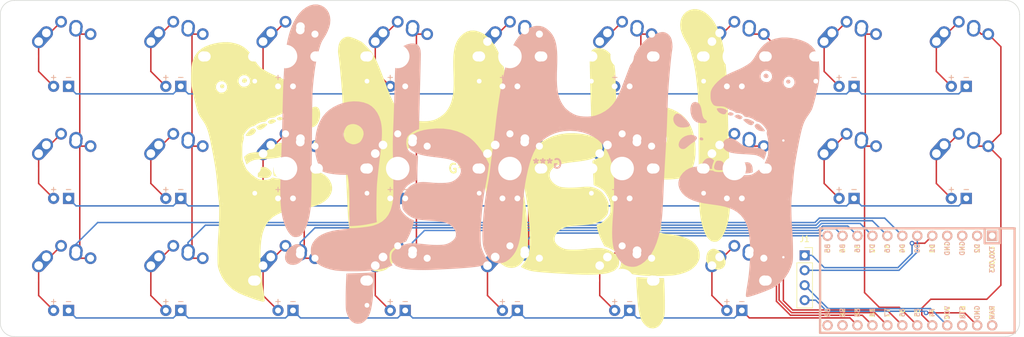
<source format=kicad_pcb>
(kicad_pcb (version 20221231) (generator pcbnew)
  (layers (0 "F.Cu" signal) (31 "B.Cu" signal) (34 "B.Paste" user) (35 "F.Paste" user) (36 "B.SilkS" user "B.Silkscreen") (37 "F.SilkS" user "F.Silkscreen") (38 "B.Mask" user) (39 "F.Mask" user) (44 "Edge.Cuts" user))
  (net 0 "")
  (net 1 "Net-(SW1-Pad1)")
  (net 2 "col0")
  (net 3 "Net-(SW2-Pad1)")
  (net 4 "Net-(SW3-Pad1)")
  (net 5 "Net-(SW4-Pad1)")
  (net 6 "col1")
  (net 7 "Net-(SW5-Pad1)")
  (net 8 "Net-(SW6-Pad1)")
  (net 9 "Net-(SW7-Pad1)")
  (net 10 "col2")
  (net 11 "Net-(SW8-Pad1)")
  (net 12 "Net-(SW9-Pad1)")
  (net 13 "Net-(SW10-Pad1)")
  (net 14 "col3")
  (net 15 "Net-(SW11-Pad1)")
  (net 16 "Net-(SW12-Pad1)")
  (net 17 "Net-(SW13-Pad1)")
  (net 18 "col4")
  (net 19 "Net-(SW14-Pad1)")
  (net 20 "Net-(SW15-Pad1)")
  (net 21 "Net-(SW16-Pad1)")
  (net 22 "col5")
  (net 23 "Net-(SW17-Pad1)")
  (net 24 "Net-(SW18-Pad1)")
  (net 25 "Net-(SW19-Pad1)")
  (net 26 "col6")
  (net 27 "Net-(SW20-Pad1)")
  (net 28 "Net-(SW21-Pad1)")
  (net 29 "Net-(SW22-Pad1)")
  (net 30 "col7")
  (net 31 "Net-(SW23-Pad1)")
  (net 32 "Net-(SW25-Pad1)")
  (net 33 "col8")
  (net 34 "Net-(SW26-Pad1)")
  (net 38 "SDA")
  (net 39 "SCL")
  (net 42 "row2")
  (net 43 "row1")
  (net 44 "row0")
  (net 48 "+5V")
  (net 49 "GND")
  (footprint "Keebio:MX-Alps-Choc-1U" (layer "F.Cu") (at 193.675 41.275)
    (fp_text reference "SW25")
    (fp_text value "MX")
  )
  (footprint "Connector_PinSocket_2.54mm:PinSocket_1x04_P2.54mm_Vertical" (layer "F.Cu") (at 167.50625 75.08875)
    (fp_text reference "J1")
    (fp_text value "OLED")
  )
  (footprint "Keebio:MX-Alps-Choc-1U" (layer "F.Cu") (at 136.525 41.275)
    (fp_text reference "SW16")
    (fp_text value "MX")
  )
  (footprint "Keebio:MX-Alps-Choc-1U" (layer "F.Cu") (at 117.475 79.375)
    (fp_text reference "SW15")
    (fp_text value "MX")
  )
  (footprint "Keebio:MX-Alps-Choc-1U" (layer "F.Cu") (at 60.325 60.325)
    (fp_text reference "SW5")
    (fp_text value "MX")
  )
  (footprint "Keebio:MX-Alps-Choc-1U" (layer "F.Cu") (at 117.475 41.275)
    (fp_text reference "SW13")
    (fp_text value "MX")
  )
  (footprint "Keebio:MX-Alps-Choc-1U" (layer "F.Cu") (at 98.425 41.275)
    (fp_text reference "SW10")
    (fp_text value "MX")
  )
  (footprint "Keebio:MX-Alps-Choc-1U" (layer "F.Cu") (at 60.325 41.275)
    (fp_text reference "SW4")
    (fp_text value "MX")
  )
  (footprint "LOGO" (layer "F.Cu") (at 109.5375 60.325)
    (fp_text reference "G***")
    (fp_text value "LOGO" hide)
  )
  (footprint "Keebio:MX-Alps-Choc-1U" (layer "F.Cu") (at 136.525 60.325)
    (fp_text reference "SW17")
    (fp_text value "MX")
  )
  (footprint "Keebio:MX-Alps-Choc-1U" (layer "F.Cu") (at 79.375 60.325)
    (fp_text reference "SW8")
    (fp_text value "MX")
  )
  (footprint "Keebio:MX-Alps-Choc-1U" (layer "F.Cu") (at 79.375 41.275)
    (fp_text reference "SW7")
    (fp_text value "MX")
  )
  (footprint "Keebio:MX-Alps-Choc-1U" (layer "F.Cu") (at 155.575 41.275)
    (fp_text reference "SW19")
    (fp_text value "MX")
  )
  (footprint "Keebio:ArduinoProMicro" (layer "F.Cu") (at 185.36325 79.375 180)
    (fp_text reference "U1" hide)
    (fp_text value "ProMicro" hide)
  )
  (footprint "Keebio:MX-Alps-Choc-1U" (layer "F.Cu") (at 155.575 60.325)
    (fp_text reference "SW20")
    (fp_text value "MX")
  )
  (footprint "Keebio:MX-Alps-Choc-1U" (layer "F.Cu") (at 98.425 60.325)
    (fp_text reference "SW11")
    (fp_text value "MX")
  )
  (footprint "Keebio:MX-Alps-Choc-1U" (layer "F.Cu") (at 193.675 60.325)
    (fp_text reference "SW26")
    (fp_text value "MX")
  )
  (footprint "Keebio:MX-Alps-Choc-1U" (layer "F.Cu") (at 155.575 79.375)
    (fp_text reference "SW21")
    (fp_text value "MX")
  )
  (footprint "Keebio:MX-Alps-Choc-1U" (layer "F.Cu") (at 117.475 60.325)
    (fp_text reference "SW14")
    (fp_text value "MX")
  )
  (footprint "Keebio:MX-Alps-Choc-1U" (layer "F.Cu") (at 98.425 79.375)
    (fp_text reference "SW12")
    (fp_text value "MX")
  )
  (footprint "Keebio:MX-Alps-Choc-1U" (layer "F.Cu") (at 136.525 79.375)
    (fp_text reference "SW18")
    (fp_text value "MX")
  )
  (footprint "Keebio:MX-Alps-Choc-1U" (layer "F.Cu") (at 174.625 41.275)
    (fp_text reference "SW22")
    (fp_text value "MX")
  )
  (footprint "Keebio:MX-Alps-Choc-1U" (layer "F.Cu") (at 79.375 79.375)
    (fp_text reference "SW9")
    (fp_text value "MX")
  )
  (footprint "Keebio:MX-Alps-Choc-1U" (layer "F.Cu") (at 41.275 41.275)
    (fp_text reference "SW1")
    (fp_text value "MX")
  )
  (footprint "Keebio:MX-Alps-Choc-1U" (layer "F.Cu") (at 41.275 60.325)
    (fp_text reference "SW2")
    (fp_text value "MX")
  )
  (footprint "Keebio:MX-Alps-Choc-1U" (layer "F.Cu") (at 41.275 79.375)
    (fp_text reference "SW3")
    (fp_text value "MX")
  )
  (footprint "Keebio:MX-Alps-Choc-1U" (layer "F.Cu") (at 174.625 60.325)
    (fp_text reference "SW23")
    (fp_text value "MX")
  )
  (footprint "Keebio:MX-Alps-Choc-1U" (layer "F.Cu") (at 60.325 79.375)
    (fp_text reference "SW6")
    (fp_text value "MX")
  )
  (footprint "LOGO" (layer "B.Cu") (at 123.825 59.53125 180)
    (fp_text reference "G***")
    (fp_text value "LOGO" hide)
  )
  (gr_arc (start 203.99375 86.51875) (mid 203.296298 88.202548) (end 201.6125 88.9) (stroke (width 0.1)) (layer "Edge.Cuts"))
  (gr_arc (start 33.3375 88.9) (mid 31.653702 88.202548) (end 30.95625 86.51875) (stroke (width 0.1)) (layer "Edge.Cuts"))
  (gr_line (start 201.6125 31.75) (end 33.3375 31.75) (stroke (width 0.1)) (layer "Edge.Cuts"))
  (gr_line (start 33.3375 88.9) (end 201.6125 88.9) (stroke (width 0.1)) (layer "Edge.Cuts"))
  (gr_line (start 203.99375 86.51875) (end 203.99375 34.13125) (stroke (width 0.1)) (layer "Edge.Cuts"))
  (gr_arc (start 201.6125 31.75) (mid 203.296298 32.447452) (end 203.99375 34.13125) (stroke (width 0.1)) (layer "Edge.Cuts"))
  (gr_line (start 30.95625 34.13125) (end 30.95625 86.51875) (stroke (width 0.1)) (layer "Edge.Cuts"))
  (gr_arc (start 30.95625 34.13125) (mid 31.653702 32.447452) (end 33.3375 31.75) (stroke (width 0.1)) (layer "Edge.Cuts"))
  (segment (start 37.465 38.735) (end 37.465 43.815) (width 0.25) (layer "F.Cu") (net 1))
  (segment (start 41.275 35.375) (end 37.915 38.735) (width 0.25) (layer "F.Cu") (net 1))
  (segment (start 37.915 38.735) (end 37.465 38.735) (width 0.25) (layer "F.Cu") (net 1))
  (segment (start 37.465 43.815) (end 40.005 46.355) (width 0.25) (layer "F.Cu") (net 1))
  (segment (start 43.775 55.825) (end 44.475 56.525) (width 0.25) (layer "F.Cu") (net 2))
  (segment (start 43.775 36.775) (end 44.45 37.45) (width 0.25) (layer "F.Cu") (net 2))
  (segment (start 43.775 74.875) (end 44.475 75.575) (width 0.25) (layer "F.Cu") (net 2))
  (segment (start 44.475 37.475) (end 46.275 37.475) (width 0.25) (layer "F.Cu") (net 2))
  (segment (start 44.475 75.575) (end 46.275 75.575) (width 0.25) (layer "F.Cu") (net 2))
  (segment (start 44.45 56.5) (end 44.45 73.66) (width 0.25) (layer "F.Cu") (net 2))
  (segment (start 44.475 56.525) (end 46.275 56.525) (width 0.25) (layer "F.Cu") (net 2))
  (segment (start 43.775 55.825) (end 44.45 56.5) (width 0.25) (layer "F.Cu") (net 2))
  (segment (start 44.45 73.66) (end 43.815 74.295) (width 0.25) (layer "F.Cu") (net 2))
  (segment (start 43.775 36.775) (end 44.475 37.475) (width 0.25) (layer "F.Cu") (net 2))
  (segment (start 44.45 37.45) (end 44.45 54.61) (width 0.25) (layer "F.Cu") (net 2))
  (segment (start 44.45 54.61) (end 43.815 55.245) (width 0.25) (layer "F.Cu") (net 2))
  (segment (start 43.815 73.18375) (end 47.49135 69.5074) (width 0.25) (layer "B.Cu") (net 2))
  (segment (start 47.49135 69.5074) (end 169.249729 69.5074) (width 0.25) (layer "B.Cu") (net 2))
  (segment (start 181.094359 68.756109) (end 184.09325 71.755) (width 0.25) (layer "B.Cu") (net 2))
  (segment (start 43.815 74.295) (end 43.815 73.18375) (width 0.25) (layer "B.Cu") (net 2))
  (segment (start 170.00102 68.756109) (end 181.094359 68.756109) (width 0.25) (layer "B.Cu") (net 2))
  (segment (start 169.249729 69.5074) (end 170.00102 68.756109) (width 0.25) (layer "B.Cu") (net 2))
  (segment (start 41.275 54.425) (end 37.915 57.785) (width 0.25) (layer "F.Cu") (net 3))
  (segment (start 37.465 57.785) (end 37.465 62.865) (width 0.25) (layer "F.Cu") (net 3))
  (segment (start 37.915 57.785) (end 37.465 57.785) (width 0.25) (layer "F.Cu") (net 3))
  (segment (start 37.465 62.865) (end 40.005 65.405) (width 0.25) (layer "F.Cu") (net 3))
  (segment (start 37.915 76.835) (end 37.465 76.835) (width 0.25) (layer "F.Cu") (net 4))
  (segment (start 37.465 76.835) (end 37.465 81.915) (width 0.25) (layer "F.Cu") (net 4))
  (segment (start 37.465 81.915) (end 40.005 84.455) (width 0.25) (layer "F.Cu") (net 4))
  (segment (start 41.275 73.475) (end 37.915 76.835) (width 0.25) (layer "F.Cu") (net 4))
  (segment (start 56.515 43.815) (end 59.055 46.355) (width 0.25) (layer "F.Cu") (net 5))
  (segment (start 56.965 38.735) (end 56.515 38.735) (width 0.25) (layer "F.Cu") (net 5))
  (segment (start 60.325 35.375) (end 56.965 38.735) (width 0.25) (layer "F.Cu") (net 5))
  (segment (start 56.515 38.735) (end 56.515 43.815) (width 0.25) (layer "F.Cu") (net 5))
  (segment (start 63.5 56.5) (end 63.5 73.66) (width 0.25) (layer "F.Cu") (net 6))
  (segment (start 62.825 36.775) (end 63.525 37.475) (width 0.25) (layer "F.Cu") (net 6))
  (segment (start 62.825 74.875) (end 63.525 75.575) (width 0.25) (layer "F.Cu") (net 6))
  (segment (start 63.525 56.525) (end 65.325 56.525) (width 0.25) (layer "F.Cu") (net 6))
  (segment (start 62.825 55.825) (end 62.825 56.475) (width 0.25) (layer "F.Cu") (net 6))
  (segment (start 63.5 55.15) (end 62.825 55.825) (width 0.25) (layer "F.Cu") (net 6))
  (segment (start 62.825 55.825) (end 63.5 56.5) (width 0.25) (layer "F.Cu") (net 6))
  (segment (start 62.825 36.775) (end 63.5 37.45) (width 0.25) (layer "F.Cu") (net 6))
  (segment (start 63.525 75.575) (end 65.325 75.575) (width 0.25) (layer "F.Cu") (net 6))
  (segment (start 63.525 37.475) (end 65.325 37.475) (width 0.25) (layer "F.Cu") (net 6))
  (segment (start 63.5 37.45) (end 63.5 55.15) (width 0.25) (layer "F.Cu") (net 6))
  (segment (start 62.825 55.825) (end 63.525 56.525) (width 0.25) (layer "F.Cu") (net 6))
  (segment (start 63.5 73.66) (end 62.865 74.295) (width 0.25) (layer "F.Cu") (net 6))
  (segment (start 65.77433 69.95692) (end 62.825 72.90625) (width 0.25) (layer "B.Cu") (net 6))
  (segment (start 181.55325 71.755) (end 179.003879 69.205629) (width 0.25) (layer "B.Cu") (net 6))
  (segment (start 179.003879 69.205629) (end 170.187218 69.205629) (width 0.25) (layer "B.Cu") (net 6))
  (segment (start 169.435927 69.95692) (end 65.77433 69.95692) (width 0.25) (layer "B.Cu") (net 6))
  (segment (start 62.825 72.90625) (end 62.825 74.875) (width 0.25) (layer "B.Cu") (net 6))
  (segment (start 170.187218 69.205629) (end 169.435927 69.95692) (width 0.25) (layer "B.Cu") (net 6))
  (segment (start 56.965 57.785) (end 56.515 57.785) (width 0.25) (layer "F.Cu") (net 7))
  (segment (start 56.515 57.785) (end 56.515 62.865) (width 0.25) (layer "F.Cu") (net 7))
  (segment (start 56.515 62.865) (end 59.055 65.405) (width 0.25) (layer "F.Cu") (net 7))
  (segment (start 60.325 54.425) (end 56.965 57.785) (width 0.25) (layer "F.Cu") (net 7))
  (segment (start 56.515 76.835) (end 56.515 81.915) (width 0.25) (layer "F.Cu") (net 8))
  (segment (start 60.325 73.475) (end 56.965 76.835) (width 0.25) (layer "F.Cu") (net 8))
  (segment (start 56.965 76.835) (end 56.515 76.835) (width 0.25) (layer "F.Cu") (net 8))
  (segment (start 56.515 81.915) (end 59.055 84.455) (width 0.25) (layer "F.Cu") (net 8))
  (segment (start 75.565 43.815) (end 78.105 46.355) (width 0.25) (layer "F.Cu") (net 9))
  (segment (start 79.375 35.375) (end 76.015 38.735) (width 0.25) (layer "F.Cu") (net 9))
  (segment (start 76.015 38.735) (end 75.565 38.735) (width 0.25) (layer "F.Cu") (net 9))
  (segment (start 75.565 38.735) (end 75.565 43.815) (width 0.25) (layer "F.Cu") (net 9))
  (segment (start 82.01875 55.825) (end 82.55 56.35625) (width 0.25) (layer "F.Cu") (net 10))
  (segment (start 81.875 74.875) (end 82.575 75.575) (width 0.25) (layer "F.Cu") (net 10))
  (segment (start 81.875 55.825) (end 82.55 56.5) (width 0.25) (layer "F.Cu") (net 10))
  (segment (start 82.575 37.475) (end 84.375 37.475) (width 0.25) (layer "F.Cu") (net 10))
  (segment (start 82.575 75.575) (end 84.375 75.575) (width 0.25) (layer "F.Cu") (net 10))
  (segment (start 81.875 36.775) (end 82.575 37.475) (width 0.25) (layer "F.Cu") (net 10))
  (segment (start 82.55 74.2) (end 81.875 74.875) (width 0.25) (layer "F.Cu") (net 10))
  (segment (start 82.575 56.525) (end 84.375 56.525) (width 0.25) (layer "F.Cu") (net 10))
  (segment (start 82.55 54.61) (end 81.915 55.245) (width 0.25) (layer "F.Cu") (net 10))
  (segment (start 81.875 55.825) (end 82.575 56.525) (width 0.25) (layer "F.Cu") (net 10))
  (segment (start 82.55 37.45) (end 82.55 54.61) (width 0.25) (layer "F.Cu") (net 10))
  (segment (start 81.875 55.825) (end 82.01875 55.825) (width 0.25) (layer "F.Cu") (net 10))
  (segment (start 82.55 56.5) (end 82.55 74.2) (width 0.25) (layer "F.Cu") (net 10))
  (segment (start 81.875 36.775) (end 82.01875 36.775) (width 0.25) (layer "F.Cu") (net 10))
  (segment (start 81.875 36.775) (end 82.55 37.45) (width 0.25) (layer "F.Cu") (net 10))
  (segment (start 84.37481 70.40644) (end 81.875 72.90625) (width 0.25) (layer "B.Cu") (net 10))
  (segment (start 179.01325 71.755) (end 176.913399 69.655149) (width 0.25) (layer "B.Cu") (net 10))
  (segment (start 169.622125 70.40644) (end 84.37481 70.40644) (width 0.25) (layer "B.Cu") (net 10))
  (segment (start 176.913399 69.655149) (end 170.373416 69.655149) (width 0.25) (layer "B.Cu") (net 10))
  (segment (start 81.875 72.90625) (end 81.875 74.875) (width 0.25) (layer "B.Cu") (net 10))
  (segment (start 170.373416 69.655149) (end 169.622125 70.40644) (width 0.25) (layer "B.Cu") (net 10))
  (segment (start 75.565 57.785) (end 75.565 62.865) (width 0.25) (layer "F.Cu") (net 11))
  (segment (start 75.565 62.865) (end 78.105 65.405) (width 0.25) (layer "F.Cu") (net 11))
  (segment (start 76.015 57.785) (end 75.565 57.785) (width 0.25) (layer "F.Cu") (net 11))
  (segment (start 79.375 54.425) (end 76.015 57.785) (width 0.25) (layer "F.Cu") (net 11))
  (segment (start 75.565 81.915) (end 78.105 84.455) (width 0.25) (layer "F.Cu") (net 12))
  (segment (start 79.375 73.475) (end 76.015 76.835) (width 0.25) (layer "F.Cu") (net 12))
  (segment (start 76.015 76.835) (end 75.565 76.835) (width 0.25) (layer "F.Cu") (net 12))
  (segment (start 75.565 76.835) (end 75.565 81.915) (width 0.25) (layer "F.Cu") (net 12))
  (segment (start 94.615 38.735) (end 94.615 43.815) (width 0.25) (layer "F.Cu") (net 13))
  (segment (start 95.065 38.735) (end 94.615 38.735) (width 0.25) (layer "F.Cu") (net 13))
  (segment (start 98.425 35.375) (end 95.065 38.735) (width 0.25) (layer "F.Cu") (net 13))
  (segment (start 94.615 43.815) (end 97.155 46.355) (width 0.25) (layer "F.Cu") (net 13))
  (segment (start 101.625 75.575) (end 103.425 75.575) (width 0.25) (layer "F.Cu") (net 14))
  (segment (start 101.625 37.475) (end 103.425 37.475) (width 0.25) (layer "F.Cu") (net 14))
  (segment (start 100.925 55.825) (end 101.6 56.5) (width 0.25) (layer "F.Cu") (net 14))
  (segment (start 101.6 74.2) (end 100.925 74.875) (width 0.25) (layer "F.Cu") (net 14))
  (segment (start 101.6 54.61) (end 100.965 55.245) (width 0.25) (layer "F.Cu") (net 14))
  (segment (start 101.6 37.45) (end 101.6 54.61) (width 0.25) (layer "F.Cu") (net 14))
  (segment (start 100.925 55.825) (end 101.625 56.525) (width 0.25) (layer "F.Cu") (net 14))
  (segment (start 101.6 56.5) (end 101.6 74.2) (width 0.25) (layer "F.Cu") (net 14))
  (segment (start 101.625 56.525) (end 103.425 56.525) (width 0.25) (layer "F.Cu") (net 14))
  (segment (start 100.925 36.775) (end 101.625 37.475) (width 0.25) (layer "F.Cu") (net 14))
  (segment (start 100.925 36.775) (end 101.6 37.45) (width 0.25) (layer "F.Cu") (net 14))
  (segment (start 100.925 74.875) (end 101.625 75.575) (width 0.25) (layer "F.Cu") (net 14))
  (segment (start 176.47325 71.755) (end 174.822919 70.104669) (width 0.25) (layer "B.Cu") (net 14))
  (segment (start 100.925 72.90625) (end 100.925 74.875) (width 0.25) (layer "B.Cu") (net 14))
  (segment (start 169.808322 70.85596) (end 102.97529 70.85596) (width 0.25) (layer "B.Cu") (net 14))
  (segment (start 170.559613 70.104669) (end 169.808322 70.85596) (width 0.25) (layer "B.Cu") (net 14))
  (segment (start 174.822919 70.104669) (end 170.559613 70.104669) (width 0.25) (layer "B.Cu") (net 14))
  (segment (start 102.97529 70.85596) (end 100.925 72.90625) (width 0.25) (layer "B.Cu") (net 14))
  (segment (start 98.425 54.425) (end 95.065 57.785) (width 0.25) (layer "F.Cu") (net 15))
  (segment (start 94.615 57.785) (end 94.615 62.865) (width 0.25) (layer "F.Cu") (net 15))
  (segment (start 94.615 62.865) (end 97.155 65.405) (width 0.25) (layer "F.Cu") (net 15))
  (segment (start 95.065 57.785) (end 94.615 57.785) (width 0.25) (layer "F.Cu") (net 15))
  (segment (start 95.065 76.835) (end 94.615 76.835) (width 0.25) (layer "F.Cu") (net 16))
  (segment (start 94.615 76.835) (end 94.615 81.915) (width 0.25) (layer "F.Cu") (net 16))
  (segment (start 94.615 81.915) (end 97.155 84.455) (width 0.25) (layer "F.Cu") (net 16))
  (segment (start 98.425 73.475) (end 95.065 76.835) (width 0.25) (layer "F.Cu") (net 16))
  (segment (start 117.475 35.375) (end 114.115 38.735) (width 0.25) (layer "F.Cu") (net 17))
  (segment (start 114.115 38.735) (end 113.665 38.735) (width 0.25) (layer "F.Cu") (net 17))
  (segment (start 120.65 74.2) (end 119.975 74.875) (width 0.25) (layer "F.Cu") (net 18))
  (segment (start 120.675 56.525) (end 122.475 56.525) (width 0.25) (layer "F.Cu") (net 18))
  (segment (start 120.65 37.45) (end 120.65 55.15) (width 0.25) (layer "F.Cu") (net 18))
  (segment (start 119.975 36.775) (end 120.65 37.45) (width 0.25) (layer "F.Cu") (net 18))
  (segment (start 120.675 37.475) (end 122.475 37.475) (width 0.25) (layer "F.Cu") (net 18))
  (segment (start 119.975 55.825) (end 120.65 56.5) (width 0.25) (layer "F.Cu") (net 18))
  (segment (start 120.675 75.575) (end 122.475 75.575) (width 0.25) (layer "F.Cu") (net 18))
  (segment (start 119.975 55.825) (end 120.675 56.525) (width 0.25) (layer "F.Cu") (net 18))
  (segment (start 119.975 36.775) (end 120.675 37.475) (width 0.25) (layer "F.Cu") (net 18))
  (segment (start 120.65 56.5) (end 120.65 74.2) (width 0.25) (layer "F.Cu") (net 18))
  (segment (start 119.975 74.875) (end 120.675 75.575) (width 0.25) (layer "F.Cu") (net 18))
  (segment (start 120.65 55.15) (end 119.975 55.825) (width 0.25) (layer "F.Cu") (net 18))
  (segment (start 119.975 74.875) (end 119.975 72.90625) (width 0.25) (layer "B.Cu") (net 18))
  (segment (start 169.99452 71.30548) (end 170.745811 70.554189) (width 0.25) (layer "B.Cu") (net 18))
  (segment (start 172.732439 70.554189) (end 173.93325 71.755) (width 0.25) (layer "B.Cu") (net 18))
  (segment (start 119.975 72.90625) (end 121.57577 71.30548) (width 0.25) (layer "B.Cu") (net 18))
  (segment (start 170.745811 70.554189) (end 172.732439 70.554189) (width 0.25) (layer "B.Cu") (net 18))
  (segment (start 121.57577 71.30548) (end 169.99452 71.30548) (width 0.25) (layer "B.Cu") (net 18))
  (segment (start 113.665 57.785) (end 113.665 62.865) (width 0.25) (layer "F.Cu") (net 19))
  (segment (start 114.115 57.785) (end 113.665 57.785) (width 0.25) (layer "F.Cu") (net 19))
  (segment (start 117.475 54.425) (end 114.115 57.785) (width 0.25) (layer "F.Cu") (net 19))
  (segment (start 113.665 62.865) (end 116.205 65.405) (width 0.25) (layer "F.Cu") (net 19))
  (segment (start 113.665 76.835) (end 113.665 81.915) (width 0.25) (layer "F.Cu") (net 20))
  (segment (start 114.115 76.835) (end 113.665 76.835) (width 0.25) (layer "F.Cu") (net 20))
  (segment (start 117.475 73.475) (end 114.115 76.835) (width 0.25) (layer "F.Cu") (net 20))
  (segment (start 113.665 81.915) (end 116.205 84.455) (width 0.25) (layer "F.Cu") (net 20))
  (segment (start 132.715 43.815) (end 135.255 46.355) (width 0.25) (layer "F.Cu") (net 21))
  (segment (start 132.715 38.735) (end 132.715 43.815) (width 0.25) (layer "F.Cu") (net 21))
  (segment (start 136.525 35.375) (end 133.165 38.735) (width 0.25) (layer "F.Cu") (net 21))
  (segment (start 133.165 38.735) (end 132.715 38.735) (width 0.25) (layer "F.Cu") (net 21))
  (segment (start 139.065 74.295) (end 140.345 75.575) (width 0.25) (layer "F.Cu") (net 22))
  (segment (start 139.025 55.825) (end 139.7 56.5) (width 0.25) (layer "F.Cu") (net 22))
  (segment (start 139.725 56.525) (end 141.525 56.525) (width 0.25) (layer "F.Cu") (net 22))
  (segment (start 139.025 36.775) (end 139.7 37.45) (width 0.25) (layer "F.Cu") (net 22))
  (segment (start 140.345 75.575) (end 141.525 75.575) (width 0.25) (layer "F.Cu") (net 22))
  (segment (start 139.025 36.775) (end 139.725 37.475) (width 0.25) (layer "F.Cu") (net 22))
  (segment (start 139.7 54.61) (end 139.065 55.245) (width 0.25) (layer "F.Cu") (net 22))
  (segment (start 139.7 37.45) (end 139.7 54.61) (width 0.25) (layer "F.Cu") (net 22))
  (segment (start 139.7 56.5) (end 139.7 74.2) (width 0.25) (layer "F.Cu") (net 22))
  (segment (start 139.7 74.2) (end 139.025 74.875) (width 0.25) (layer "F.Cu") (net 22))
  (segment (start 139.725 37.475) (end 141.525 37.475) (width 0.25) (layer "F.Cu") (net 22))
  (segment (start 139.025 55.825) (end 139.725 56.525) (width 0.25) (layer "F.Cu") (net 22))
  (segment (start 140.17625 71.755) (end 139.025 72.90625) (width 0.25) (layer "B.Cu") (net 22))
  (segment (start 139.025 72.90625) (end 139.025 74.875) (width 0.25) (layer "B.Cu") (net 22))
  (segment (start 171.39325 71.755) (end 140.17625 71.755) (width 0.25) (layer "B.Cu") (net 22))
  (segment (start 132.715 62.865) (end 135.255 65.405) (width 0.25) (layer "F.Cu") (net 23))
  (segment (start 133.165 57.785) (end 132.715 57.785) (width 0.25) (layer "F.Cu") (net 23))
  (segment (start 136.525 54.425) (end 133.165 57.785) (width 0.25) (layer "F.Cu") (net 23))
  (segment (start 132.715 57.785) (end 132.715 62.865) (width 0.25) (layer "F.Cu") (net 23))
  (segment (start 133.165 76.835) (end 132.715 76.835) (width 0.25) (layer "F.Cu") (net 24))
  (segment (start 132.715 81.915) (end 135.255 84.455) (width 0.25) (layer "F.Cu") (net 24))
  (segment (start 136.525 73.475) (end 133.165 76.835) (width 0.25) (layer "F.Cu") (net 24))
  (segment (start 132.715 76.835) (end 132.715 81.915) (width 0.25) (layer "F.Cu") (net 24))
  (segment (start 151.765 43.815) (end 154.305 46.355) (width 0.25) (layer "F.Cu") (net 25))
  (segment (start 152.215 38.735) (end 151.765 38.735) (width 0.25) (layer "F.Cu") (net 25))
  (segment (start 155.575 35.375) (end 152.215 38.735) (width 0.25) (layer "F.Cu") (net 25))
  (segment (start 151.765 38.735) (end 151.765 43.815) (width 0.25) (layer "F.Cu") (net 25))
  (segment (start 158.775 56.525) (end 160.575 56.525) (width 0.25) (layer "F.Cu") (net 26))
  (segment (start 163.61779 75.13127) (end 163.89277 75.40625) (width 0.25) (layer "F.Cu") (net 26))
  (segment (start 163.89277 55.97598) (end 163.61779 56.25096) (width 0.25) (layer "F.Cu") (net 26))
  (segment (start 163.89277 82.796814) (end 165.472396 84.37644) (width 0.25) (layer "F.Cu") (net 26))
  (segment (start 158.075 74.875) (end 158.775 75.575) (width 0.25) (layer "F.Cu") (net 26))
  (segment (start 181.47469 84.37644) (end 184.09325 86.995) (width 0.25) (layer "F.Cu") (net 26))
  (segment (start 158.075 36.775) (end 158.775 37.475) (width 0.25) (layer "F.Cu") (net 26))
  (segment (start 158.775 75.575) (end 160.575 75.575) (width 0.25) (layer "F.Cu") (net 26))
  (segment (start 163.89277 75.40625) (end 163.89277 82.796814) (width 0.25) (layer "F.Cu") (net 26))
  (segment (start 163.89277 55.5625) (end 163.89277 55.97598) (width 0.25) (layer "F.Cu") (net 26))
  (segment (start 160.575 37.475) (end 163.61779 40.51779) (width 0.25) (layer "F.Cu") (net 26))
  (segment (start 158.075 55.825) (end 158.775 56.525) (width 0.25) (layer "F.Cu") (net 26))
  (segment (start 165.472396 84.37644) (end 181.47469 84.37644) (width 0.25) (layer "F.Cu") (net 26))
  (segment (start 158.775 37.475) (end 160.575 37.475) (width 0.25) (layer "F.Cu") (net 26))
  (segment (start 163.61779 40.51779) (end 163.61779 56.25096) (width 0.25) (layer "F.Cu") (net 26))
  (segment (start 163.61779 56.25096) (end 163.61779 75.13127) (width 0.25) (layer "F.Cu") (net 26))
  (via (at 163.89277 55.5625) (size 0.8) (drill 0.4) (layers "F.Cu" "B.Cu") (net 26))
  (via (at 163.89277 75.40625) (size 0.8) (drill 0.4) (layers "F.Cu" "B.Cu") (net 26))
  (segment (start 163.72402 75.575) (end 160.575 75.575) (width 0.25) (layer "B.Cu") (net 26))
  (segment (start 163.89277 75.40625) (end 163.72402 75.575) (width 0.25) (layer "B.Cu") (net 26))
  (segment (start 162.93027 56.525) (end 163.89277 55.5625) (width 0.25) (layer "B.Cu") (net 26))
  (segment (start 160.575 56.525) (end 162.93027 56.525) (width 0.25) (layer "B.Cu") (net 26))
  (segment (start 151.765 62.865) (end 154.305 65.405) (width 0.25) (layer "F.Cu") (net 27))
  (segment (start 151.765 57.785) (end 151.765 62.865) (width 0.25) (layer "F.Cu") (net 27))
  (segment (start 152.215 57.785) (end 151.765 57.785) (width 0.25) (layer "F.Cu") (net 27))
  (segment (start 155.575 54.425) (end 152.215 57.785) (width 0.25) (layer "F.Cu") (net 27))
  (segment (start 151.765 81.915) (end 154.305 84.455) (width 0.25) (layer "F.Cu") (net 28))
  (segment (start 155.575 73.475) (end 152.215 76.835) (width 0.25) (layer "F.Cu") (net 28))
  (segment (start 152.215 76.835) (end 151.765 76.835) (width 0.25) (layer "F.Cu") (net 28))
  (segment (start 151.765 76.835) (end 151.765 81.915) (width 0.25) (layer "F.Cu") (net 28))
  (segment (start 171.265 38.735) (end 170.815 38.735) (width 0.25) (layer "F.Cu") (net 29))
  (segment (start 170.815 38.735) (end 170.815 43.815) (width 0.25) (layer "F.Cu") (net 29))
  (segment (start 170.815 43.815) (end 173.355 46.355) (width 0.25) (layer "F.Cu") (net 29))
  (segment (start 174.625 35.375) (end 171.265 38.735) (width 0.25) (layer "F.Cu") (net 29))
  (segment (start 183.56517 83.92692) (end 180.18125 83.92692) (width 0.25) (layer "F.Cu") (net 30))
  (segment (start 177.125 55.825) (end 177.825 56.525) (width 0.25) (layer "F.Cu") (net 30))
  (segment (start 186.63325 86.995) (end 183.56517 83.92692) (width 0.25) (layer "F.Cu") (net 30))
  (segment (start 177.674061 56.374061) (end 177.125 55.825) (width 0.25) (layer "F.Cu") (net 30))
  (segment (start 177.825 56.525) (end 179.625 56.525) (width 0.25) (layer "F.Cu") (net 30))
  (segment (start 177.8 37.45) (end 177.8 55.15) (width 0.25) (layer "F.Cu") (net 30))
  (segment (start 177.125 36.775) (end 177.825 37.475) (width 0.25) (layer "F.Cu") (net 30))
  (segment (start 177.8 55.15) (end 177.125 55.825) (width 0.25) (layer "F.Cu") (net 30))
  (segment (start 177.125 36.775) (end 177.8 37.45) (width 0.25) (layer "F.Cu") (net 30))
  (segment (start 180.18125 83.92692) (end 177.674061 81.419731) (width 0.25) (layer "F.Cu") (net 30))
  (segment (start 177.674061 81.419731) (end 177.674061 56.374061) (width 0.25) (layer "F.Cu") (net 30))
  (segment (start 177.825 37.475) (end 179.625 37.475) (width 0.25) (layer "F.Cu") (net 30))
  (segment (start 170.815 62.865) (end 173.355 65.405) (width 0.25) (layer "F.Cu") (net 31))
  (segment (start 170.815 57.785) (end 170.815 62.865) (width 0.25) (layer "F.Cu") (net 31))
  (segment (start 174.625 54.425) (end 171.265 57.785) (width 0.25) (layer "F.Cu") (net 31))
  (segment (start 171.265 57.785) (end 170.815 57.785) (width 0.25) (layer "F.Cu") (net 31))
  (segment (start 189.865 43.815) (end 192.405 46.355) (width 0.25) (layer "F.Cu") (net 32))
  (segment (start 189.865 38.735) (end 189.865 43.815) (width 0.25) (layer "F.Cu") (net 32))
  (segment (start 190.315 38.735) (end 189.865 38.735) (width 0.25) (layer "F.Cu") (net 32))
  (segment (start 193.675 35.375) (end 190.315 38.735) (width 0.25) (layer "F.Cu") (net 32))
  (segment (start 200.81875 80.16875) (end 200.81875 58.66875) (width 0.25) (layer "F.Cu") (net 33))
  (segment (start 198.675 56.525) (end 200.81875 54.38125) (width 0.25) (layer "F.Cu") (net 33))
  (segment (start 200.81875 54.38125) (end 200.81875 39.61875) (width 0.25) (layer "F.Cu") (net 33))
  (segment (start 196.875 56.525) (end 198.675 56.525) (width 0.25) (layer "F.Cu") (net 33))
  (segment (start 196.175 55.825) (end 196.875 56.525) (width 0.25) (layer "F.Cu") (net 33))
  (segment (start 197.495 37.475) (end 198.675 37.475) (width 0.25) (layer "F.Cu") (net 33))
  (segment (start 187.394239 84.068261) (end 188.9125 82.55) (width 0.25) (layer "F.Cu") (net 33))
  (segment (start 196.215 36.195) (end 197.495 37.475) (width 0.25) (layer "F.Cu") (net 33))
  (segment (start 188.9125 82.55) (end 198.4375 82.55) (width 0.25) (layer "F.Cu") (net 33))
  (segment (start 198.4375 82.55) (end 200.81875 80.16875) (width 0.25) (layer "F.Cu") (net 33))
  (segment (start 200.81875 58.66875) (end 198.675 56.525) (width 0.25) (layer "F.Cu") (net 33))
  (segment (start 189.17325 86.995) (end 187.394239 85.215989) (width 0.25) (layer "F.Cu") (net 33))
  (segment (start 200.81875 39.61875) (end 198.675 37.475) (width 0.25) (layer "F.Cu") (net 33))
  (segment (start 187.394239 85.215989) (end 187.394239 84.068261) (width 0.25) (layer "F.Cu") (net 33))
  (segment (start 189.865 62.865) (end 192.405 65.405) (width 0.25) (layer "F.Cu") (net 34))
  (segment (start 189.865 57.785) (end 189.865 62.865) (width 0.25) (layer "F.Cu") (net 34))
  (segment (start 193.675 54.425) (end 190.315 57.785) (width 0.25) (layer "F.Cu") (net 34))
  (segment (start 190.315 57.785) (end 189.865 57.785) (width 0.25) (layer "F.Cu") (net 34))
  (segment (start 187.90325 73.025) (end 185.7375 73.025) (width 0.25) (layer "F.Cu") (net 38))
  (segment (start 189.17325 71.755) (end 187.90325 73.025) (width 0.25) (layer "F.Cu") (net 38))
  (via (at 185.7375 73.025) (size 0.8) (drill 0.4) (layers "F.Cu" "B.Cu") (net 38))
  (segment (start 185.7375 73.025) (end 185.7375 74.770532) (width 0.25) (layer "B.Cu") (net 38))
  (segment (start 185.7375 74.770532) (end 183.328802 77.17923) (width 0.25) (layer "B.Cu") (net 38))
  (segment (start 168.75125 75.08875) (end 167.50625 75.08875) (width 0.25) (layer "B.Cu") (net 38))
  (segment (start 183.328802 77.17923) (end 170.84173 77.17923) (width 0.25) (layer "B.Cu") (net 38))
  (segment (start 170.84173 77.17923) (end 168.75125 75.08875) (width 0.25) (layer "B.Cu") (net 38))
  (segment (start 186.63325 71.755) (end 186.63325 74.5105) (width 0.25) (layer "B.Cu") (net 39))
  (segment (start 183.515 77.62875) (end 167.50625 77.62875) (width 0.25) (layer "B.Cu") (net 39))
  (segment (start 186.63325 74.5105) (end 183.515 77.62875) (width 0.25) (layer "B.Cu") (net 39))
  (segment (start 176.47325 86.995) (end 175.20325 85.725) (width 0.25) (layer "F.Cu") (net 42))
  (segment (start 175.20325 85.725) (end 158.115 85.725) (width 0.25) (layer "F.Cu") (net 42))
  (segment (start 158.115 85.725) (end 156.845 84.455) (width 0.25) (layer "F.Cu") (net 42))
  (segment (start 99.695 84.455) (end 100.972011 85.732011) (width 0.25) (layer "B.Cu") (net 42))
  (segment (start 81.922011 85.732011) (end 98.417989 85.732011) (width 0.25) (layer "B.Cu") (net 42))
  (segment (start 117.467989 85.732011) (end 118.745 84.455) (width 0.25) (layer "B.Cu") (net 42))
  (segment (start 136.517989 85.732011) (end 137.795 84.455) (width 0.25) (layer "B.Cu") (net 42))
  (segment (start 98.417989 85.732011) (end 99.695 84.455) (width 0.25) (layer "B.Cu") (net 42))
  (segment (start 100.972011 85.732011) (end 117.467989 85.732011) (width 0.25) (layer "B.Cu") (net 42))
  (segment (start 79.367989 85.732011) (end 80.645 84.455) (width 0.25) (layer "B.Cu") (net 42))
  (segment (start 137.795 84.455) (end 139.072011 85.732011) (width 0.25) (layer "B.Cu") (net 42))
  (segment (start 139.072011 85.732011) (end 155.567989 85.732011) (width 0.25) (layer "B.Cu") (net 42))
  (segment (start 61.595 84.455) (end 62.872011 85.732011) (width 0.25) (layer "B.Cu") (net 42))
  (segment (start 80.645 84.455) (end 81.922011 85.732011) (width 0.25) (layer "B.Cu") (net 42))
  (segment (start 118.745 84.455) (end 120.022011 85.732011) (width 0.25) (layer "B.Cu") (net 42))
  (segment (start 120.022011 85.732011) (end 136.517989 85.732011) (width 0.25) (layer "B.Cu") (net 42))
  (segment (start 60.317989 85.732011) (end 61.595 84.455) (width 0.25) (layer "B.Cu") (net 42))
  (segment (start 62.872011 85.732011) (end 79.367989 85.732011) (width 0.25) (layer "B.Cu") (net 42))
  (segment (start 42.545 84.455) (end 43.822011 85.732011) (width 0.25) (layer "B.Cu") (net 42))
  (segment (start 43.822011 85.732011) (end 60.317989 85.732011) (width 0.25) (layer "B.Cu") (net 42))
  (segment (start 155.567989 85.732011) (end 156.845 84.455) (width 0.25) (layer "B.Cu") (net 42))
  (segment (start 161.44875 65.405) (end 162.71875 66.675) (width 0.25) (layer "F.Cu") (net 43))
  (segment (start 179.01325 86.995) (end 177.29373 85.27548) (width 0.25) (layer "F.Cu") (net 43))
  (segment (start 165.1 85.27548) (end 162.71875 82.89423) (width 0.25) (layer "F.Cu") (net 43))
  (segment (start 156.845 65.405) (end 161.44875 65.405) (width 0.25) (layer "F.Cu") (net 43))
  (segment (start 162.71875 82.89423) (end 162.71875 66.675) (width 0.25) (layer "F.Cu") (net 43))
  (segment (start 177.29373 85.27548) (end 165.1 85.27548) (width 0.25) (layer "F.Cu") (net 43))
  (segment (start 174.617989 66.682011) (end 175.895 65.405) (width 0.25) (layer "B.Cu") (net 43))
  (segment (start 117.467989 66.682011) (end 118.745 65.405) (width 0.25) (layer "B.Cu") (net 43))
  (segment (start 136.517989 66.682011) (end 137.795 65.405) (width 0.25) (layer "B.Cu") (net 43))
  (segment (start 175.895 65.405) (end 177.172011 66.682011) (width 0.25) (layer "B.Cu") (net 43))
  (segment (start 139.072011 66.682011) (end 155.567989 66.682011) (width 0.25) (layer "B.Cu") (net 43))
  (segment (start 156.845 65.405) (end 158.122011 66.682011) (width 0.25) (layer "B.Cu") (net 43))
  (segment (start 60.317989 66.682011) (end 61.595 65.405) (width 0.25) (layer "B.Cu") (net 43))
  (segment (start 42.545 65.405) (end 43.822011 66.682011) (width 0.25) (layer "B.Cu") (net 43))
  (segment (start 100.972011 66.682011) (end 117.467989 66.682011) (width 0.25) (layer "B.Cu") (net 43))
  (segment (start 193.667989 66.682011) (end 194.945 65.405) (width 0.25) (layer "B.Cu") (net 43))
  (segment (start 155.567989 66.682011) (end 156.845 65.405) (width 0.25) (layer "B.Cu") (net 43))
  (segment (start 62.872011 66.682011) (end 79.367989 66.682011) (width 0.25) (layer "B.Cu") (net 43))
  (segment (start 43.822011 66.682011) (end 60.317989 66.682011) (width 0.25) (layer "B.Cu") (net 43))
  (segment (start 177.172011 66.682011) (end 193.667989 66.682011) (width 0.25) (layer "B.Cu") (net 43))
  (segment (start 118.745 65.405) (end 120.022011 66.682011) (width 0.25) (layer "B.Cu") (net 43))
  (segment (start 120.022011 66.682011) (end 136.517989 66.682011) (width 0.25) (layer "B.Cu") (net 43))
  (segment (start 81.922011 66.682011) (end 98.417989 66.682011) (width 0.25) (layer "B.Cu") (net 43))
  (segment (start 137.795 65.405) (end 139.072011 66.682011) (width 0.25) (layer "B.Cu") (net 43))
  (segment (start 158.122011 66.682011) (end 174.617989 66.682011) (width 0.25) (layer "B.Cu") (net 43))
  (segment (start 98.417989 66.682011) (end 99.695 65.405) (width 0.25) (layer "B.Cu") (net 43))
  (segment (start 79.367989 66.682011) (end 80.645 65.405) (width 0.25) (layer "B.Cu") (net 43))
  (segment (start 61.595 65.405) (end 62.872011 66.682011) (width 0.25) (layer "B.Cu") (net 43))
  (segment (start 80.645 65.405) (end 81.922011 66.682011) (width 0.25) (layer "B.Cu") (net 43))
  (segment (start 99.695 65.405) (end 100.972011 66.682011) (width 0.25) (layer "B.Cu") (net 43))
  (segment (start 161.55404 46.355) (end 163.16827 47.96923) (width 0.25) (layer "F.Cu") (net 44))
  (segment (start 156.845 46.355) (end 161.55404 46.355) (width 0.25) (layer "F.Cu") (net 44))
  (segment (start 179.38421 84.82596) (end 165.286198 84.82596) (width 0.25) (layer "F.Cu") (net 44))
  (segment (start 181.55325 86.995) (end 179.38421 84.82596) (width 0.25) (layer "F.Cu") (net 44))
  (segment (start 163.16827 82.708032) (end 163.16827 47.96923) (width 0.25) (layer "F.Cu") (net 44))
  (segment (start 165.286198 84.82596) (end 163.16827 82.708032) (width 0.25) (layer "F.Cu") (net 44))
  (segment (start 100.972011 47.632011) (end 117.467989 47.632011) (width 0.25) (layer "B.Cu") (net 44))
  (segment (start 80.645 46.355) (end 81.922011 47.632011) (width 0.25) (layer "B.Cu") (net 44))
  (segment (start 137.795 46.355) (end 139.072011 47.632011) (width 0.25) (layer "B.Cu") (net 44))
  (segment (start 155.567989 47.632011) (end 156.845 46.355) (width 0.25) (layer "B.Cu") (net 44))
  (segment (start 43.822011 47.632011) (end 60.317989 47.632011) (width 0.25) (layer "B.Cu") (net 44))
  (segment (start 42.545 46.355) (end 43.822011 47.632011) (width 0.25) (layer "B.Cu") (net 44))
  (segment (start 175.895 46.355) (end 177.172011 47.632011) (width 0.25) (layer "B.Cu") (net 44))
  (segment (start 174.617989 47.632011) (end 175.895 46.355) (width 0.25) (layer "B.Cu") (net 44))
  (segment (start 81.922011 47.632011) (end 98.417989 47.632011) (width 0.25) (layer "B.Cu") (net 44))
  (segment (start 136.517989 47.632011) (end 137.795 46.355) (width 0.25) (layer "B.Cu") (net 44))
  (segment (start 158.122011 47.632011) (end 174.617989 47.632011) (width 0.25) (layer "B.Cu") (net 44))
  (segment (start 99.695 46.355) (end 100.972011 47.632011) (width 0.25) (layer "B.Cu") (net 44))
  (segment (start 79.367989 47.632011) (end 80.645 46.355) (width 0.25) (layer "B.Cu") (net 44))
  (segment (start 61.595 46.355) (end 62.872011 47.632011) (width 0.25) (layer "B.Cu") (net 44))
  (segment (start 62.872011 47.632011) (end 79.367989 47.632011) (width 0.25) (layer "B.Cu") (net 44))
  (segment (start 60.317989 47.632011) (end 61.595 46.355) (width 0.25) (layer "B.Cu") (net 44))
  (segment (start 139.072011 47.632011) (end 155.567989 47.632011) (width 0.25) (layer "B.Cu") (net 44))
  (segment (start 98.417989 47.632011) (end 99.695 46.355) (width 0.25) (layer "B.Cu") (net 44))
  (segment (start 120.022011 47.632011) (end 136.517989 47.632011) (width 0.25) (layer "B.Cu") (net 44))
  (segment (start 118.745 46.355) (end 120.022011 47.632011) (width 0.25) (layer "B.Cu") (net 44))
  (segment (start 117.467989 47.632011) (end 118.745 46.355) (width 0.25) (layer "B.Cu") (net 44))
  (segment (start 156.845 46.355) (end 158.122011 47.632011) (width 0.25) (layer "B.Cu") (net 44))
  (segment (start 193.667989 47.632011) (end 194.945 46.355) (width 0.25) (layer "B.Cu") (net 44))
  (segment (start 177.172011 47.632011) (end 193.667989 47.632011) (width 0.25) (layer "B.Cu") (net 44))
  (segment (start 188.85575 84.1375) (end 191.71325 86.995) (width 0.25) (layer "B.Cu") (net 48))
  (segment (start 167.50625 80.16875) (end 171.45 84.1125) (width 0.25) (layer "B.Cu") (net 48))
  (segment (start 171.45 84.1375) (end 188.85575 84.1375) (width 0.25) (layer "B.Cu") (net 48))
  (segment (start 171.45 84.1125) (end 171.45 84.1375) (width 0.25) (layer "B.Cu") (net 48))
  (segment (start 194.66025 84.862) (end 196.79325 86.995) (width 0.25) (layer "F.Cu") (net 49))
  (segment (start 188.11875 84.862) (end 194.66025 84.862) (width 0.25) (layer "F.Cu") (net 49))
  (via (at 188.11875 84.862) (size 0.8) (drill 0.4) (layers "F.Cu" "B.Cu") (net 49))
  (segment (start 171.263803 84.58702) (end 187.84377 84.58702) (width 0.25) (layer "B.Cu") (net 49))
  (segment (start 187.84377 84.58702) (end 188.11875 84.862) (width 0.25) (layer "B.Cu") (net 49))
  (segment (start 167.50625 82.70875) (end 169.385532 82.70875) (width 0.25) (layer "B.Cu") (net 49))
  (segment (start 169.385532 82.70875) (end 171.263803 84.58702) (width 0.25) (layer "B.Cu") (net 49))
)
</source>
